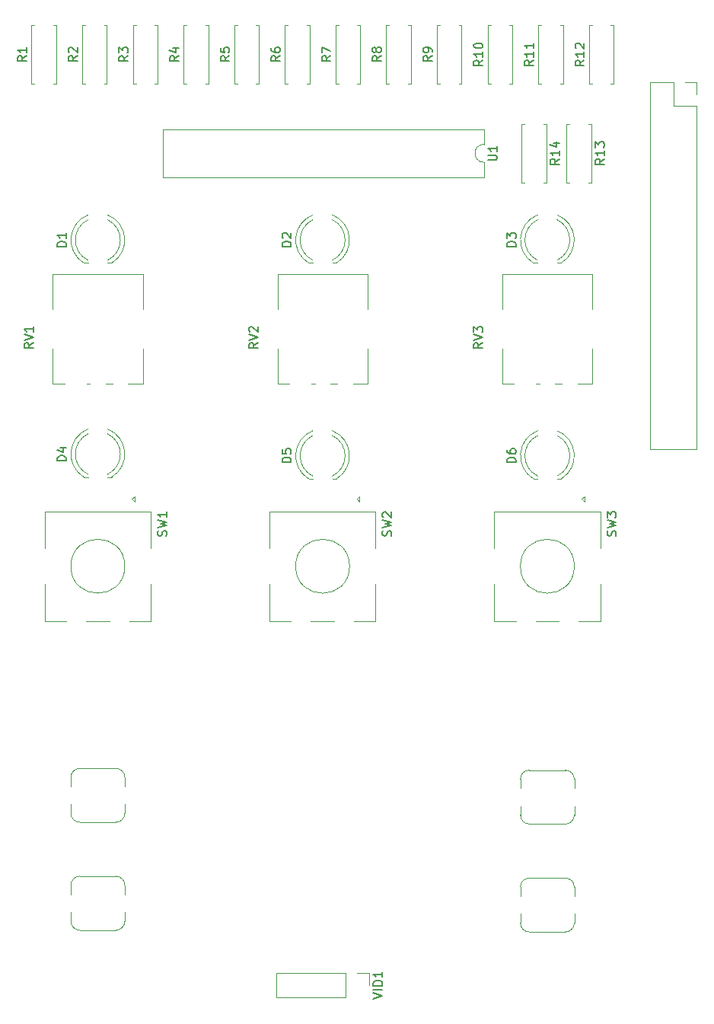
<source format=gbr>
%TF.GenerationSoftware,KiCad,Pcbnew,9.0.2*%
%TF.CreationDate,2025-06-25T22:06:56+02:00*%
%TF.ProjectId,devkit,6465766b-6974-42e6-9b69-6361645f7063,rev?*%
%TF.SameCoordinates,Original*%
%TF.FileFunction,Legend,Top*%
%TF.FilePolarity,Positive*%
%FSLAX46Y46*%
G04 Gerber Fmt 4.6, Leading zero omitted, Abs format (unit mm)*
G04 Created by KiCad (PCBNEW 9.0.2) date 2025-06-25 22:06:56*
%MOMM*%
%LPD*%
G01*
G04 APERTURE LIST*
%ADD10C,0.150000*%
%ADD11C,0.120000*%
%ADD12C,0.100000*%
G04 APERTURE END LIST*
D10*
X201404819Y-38266904D02*
X202214342Y-38266904D01*
X202214342Y-38266904D02*
X202309580Y-38219285D01*
X202309580Y-38219285D02*
X202357200Y-38171666D01*
X202357200Y-38171666D02*
X202404819Y-38076428D01*
X202404819Y-38076428D02*
X202404819Y-37885952D01*
X202404819Y-37885952D02*
X202357200Y-37790714D01*
X202357200Y-37790714D02*
X202309580Y-37743095D01*
X202309580Y-37743095D02*
X202214342Y-37695476D01*
X202214342Y-37695476D02*
X201404819Y-37695476D01*
X202404819Y-36695476D02*
X202404819Y-37266904D01*
X202404819Y-36981190D02*
X201404819Y-36981190D01*
X201404819Y-36981190D02*
X201547676Y-37076428D01*
X201547676Y-37076428D02*
X201642914Y-37171666D01*
X201642914Y-37171666D02*
X201690533Y-37266904D01*
X161357519Y-26671666D02*
X160881328Y-27004999D01*
X161357519Y-27243094D02*
X160357519Y-27243094D01*
X160357519Y-27243094D02*
X160357519Y-26862142D01*
X160357519Y-26862142D02*
X160405138Y-26766904D01*
X160405138Y-26766904D02*
X160452757Y-26719285D01*
X160452757Y-26719285D02*
X160547995Y-26671666D01*
X160547995Y-26671666D02*
X160690852Y-26671666D01*
X160690852Y-26671666D02*
X160786090Y-26719285D01*
X160786090Y-26719285D02*
X160833709Y-26766904D01*
X160833709Y-26766904D02*
X160881328Y-26862142D01*
X160881328Y-26862142D02*
X160881328Y-27243094D01*
X160357519Y-26338332D02*
X160357519Y-25719285D01*
X160357519Y-25719285D02*
X160738471Y-26052618D01*
X160738471Y-26052618D02*
X160738471Y-25909761D01*
X160738471Y-25909761D02*
X160786090Y-25814523D01*
X160786090Y-25814523D02*
X160833709Y-25766904D01*
X160833709Y-25766904D02*
X160928947Y-25719285D01*
X160928947Y-25719285D02*
X161167042Y-25719285D01*
X161167042Y-25719285D02*
X161262280Y-25766904D01*
X161262280Y-25766904D02*
X161309900Y-25814523D01*
X161309900Y-25814523D02*
X161357519Y-25909761D01*
X161357519Y-25909761D02*
X161357519Y-26195475D01*
X161357519Y-26195475D02*
X161309900Y-26290713D01*
X161309900Y-26290713D02*
X161262280Y-26338332D01*
X206448419Y-27147857D02*
X205972228Y-27481190D01*
X206448419Y-27719285D02*
X205448419Y-27719285D01*
X205448419Y-27719285D02*
X205448419Y-27338333D01*
X205448419Y-27338333D02*
X205496038Y-27243095D01*
X205496038Y-27243095D02*
X205543657Y-27195476D01*
X205543657Y-27195476D02*
X205638895Y-27147857D01*
X205638895Y-27147857D02*
X205781752Y-27147857D01*
X205781752Y-27147857D02*
X205876990Y-27195476D01*
X205876990Y-27195476D02*
X205924609Y-27243095D01*
X205924609Y-27243095D02*
X205972228Y-27338333D01*
X205972228Y-27338333D02*
X205972228Y-27719285D01*
X206448419Y-26195476D02*
X206448419Y-26766904D01*
X206448419Y-26481190D02*
X205448419Y-26481190D01*
X205448419Y-26481190D02*
X205591276Y-26576428D01*
X205591276Y-26576428D02*
X205686514Y-26671666D01*
X205686514Y-26671666D02*
X205734133Y-26766904D01*
X206448419Y-25243095D02*
X206448419Y-25814523D01*
X206448419Y-25528809D02*
X205448419Y-25528809D01*
X205448419Y-25528809D02*
X205591276Y-25624047D01*
X205591276Y-25624047D02*
X205686514Y-25719285D01*
X205686514Y-25719285D02*
X205734133Y-25814523D01*
X175804819Y-58595238D02*
X175328628Y-58928571D01*
X175804819Y-59166666D02*
X174804819Y-59166666D01*
X174804819Y-59166666D02*
X174804819Y-58785714D01*
X174804819Y-58785714D02*
X174852438Y-58690476D01*
X174852438Y-58690476D02*
X174900057Y-58642857D01*
X174900057Y-58642857D02*
X174995295Y-58595238D01*
X174995295Y-58595238D02*
X175138152Y-58595238D01*
X175138152Y-58595238D02*
X175233390Y-58642857D01*
X175233390Y-58642857D02*
X175281009Y-58690476D01*
X175281009Y-58690476D02*
X175328628Y-58785714D01*
X175328628Y-58785714D02*
X175328628Y-59166666D01*
X174804819Y-58309523D02*
X175804819Y-57976190D01*
X175804819Y-57976190D02*
X174804819Y-57642857D01*
X174900057Y-57357142D02*
X174852438Y-57309523D01*
X174852438Y-57309523D02*
X174804819Y-57214285D01*
X174804819Y-57214285D02*
X174804819Y-56976190D01*
X174804819Y-56976190D02*
X174852438Y-56880952D01*
X174852438Y-56880952D02*
X174900057Y-56833333D01*
X174900057Y-56833333D02*
X174995295Y-56785714D01*
X174995295Y-56785714D02*
X175090533Y-56785714D01*
X175090533Y-56785714D02*
X175233390Y-56833333D01*
X175233390Y-56833333D02*
X175804819Y-57404761D01*
X175804819Y-57404761D02*
X175804819Y-56785714D01*
X183903019Y-26671666D02*
X183426828Y-27004999D01*
X183903019Y-27243094D02*
X182903019Y-27243094D01*
X182903019Y-27243094D02*
X182903019Y-26862142D01*
X182903019Y-26862142D02*
X182950638Y-26766904D01*
X182950638Y-26766904D02*
X182998257Y-26719285D01*
X182998257Y-26719285D02*
X183093495Y-26671666D01*
X183093495Y-26671666D02*
X183236352Y-26671666D01*
X183236352Y-26671666D02*
X183331590Y-26719285D01*
X183331590Y-26719285D02*
X183379209Y-26766904D01*
X183379209Y-26766904D02*
X183426828Y-26862142D01*
X183426828Y-26862142D02*
X183426828Y-27243094D01*
X182903019Y-26338332D02*
X182903019Y-25671666D01*
X182903019Y-25671666D02*
X183903019Y-26100237D01*
X214324819Y-38142857D02*
X213848628Y-38476190D01*
X214324819Y-38714285D02*
X213324819Y-38714285D01*
X213324819Y-38714285D02*
X213324819Y-38333333D01*
X213324819Y-38333333D02*
X213372438Y-38238095D01*
X213372438Y-38238095D02*
X213420057Y-38190476D01*
X213420057Y-38190476D02*
X213515295Y-38142857D01*
X213515295Y-38142857D02*
X213658152Y-38142857D01*
X213658152Y-38142857D02*
X213753390Y-38190476D01*
X213753390Y-38190476D02*
X213801009Y-38238095D01*
X213801009Y-38238095D02*
X213848628Y-38333333D01*
X213848628Y-38333333D02*
X213848628Y-38714285D01*
X214324819Y-37190476D02*
X214324819Y-37761904D01*
X214324819Y-37476190D02*
X213324819Y-37476190D01*
X213324819Y-37476190D02*
X213467676Y-37571428D01*
X213467676Y-37571428D02*
X213562914Y-37666666D01*
X213562914Y-37666666D02*
X213610533Y-37761904D01*
X213324819Y-36857142D02*
X213324819Y-36238095D01*
X213324819Y-36238095D02*
X213705771Y-36571428D01*
X213705771Y-36571428D02*
X213705771Y-36428571D01*
X213705771Y-36428571D02*
X213753390Y-36333333D01*
X213753390Y-36333333D02*
X213801009Y-36285714D01*
X213801009Y-36285714D02*
X213896247Y-36238095D01*
X213896247Y-36238095D02*
X214134342Y-36238095D01*
X214134342Y-36238095D02*
X214229580Y-36285714D01*
X214229580Y-36285714D02*
X214277200Y-36333333D01*
X214277200Y-36333333D02*
X214324819Y-36428571D01*
X214324819Y-36428571D02*
X214324819Y-36714285D01*
X214324819Y-36714285D02*
X214277200Y-36809523D01*
X214277200Y-36809523D02*
X214229580Y-36857142D01*
X150084819Y-26671666D02*
X149608628Y-27004999D01*
X150084819Y-27243094D02*
X149084819Y-27243094D01*
X149084819Y-27243094D02*
X149084819Y-26862142D01*
X149084819Y-26862142D02*
X149132438Y-26766904D01*
X149132438Y-26766904D02*
X149180057Y-26719285D01*
X149180057Y-26719285D02*
X149275295Y-26671666D01*
X149275295Y-26671666D02*
X149418152Y-26671666D01*
X149418152Y-26671666D02*
X149513390Y-26719285D01*
X149513390Y-26719285D02*
X149561009Y-26766904D01*
X149561009Y-26766904D02*
X149608628Y-26862142D01*
X149608628Y-26862142D02*
X149608628Y-27243094D01*
X150084819Y-25719285D02*
X150084819Y-26290713D01*
X150084819Y-26004999D02*
X149084819Y-26004999D01*
X149084819Y-26004999D02*
X149227676Y-26100237D01*
X149227676Y-26100237D02*
X149322914Y-26195475D01*
X149322914Y-26195475D02*
X149370533Y-26290713D01*
X200812119Y-27147857D02*
X200335928Y-27481190D01*
X200812119Y-27719285D02*
X199812119Y-27719285D01*
X199812119Y-27719285D02*
X199812119Y-27338333D01*
X199812119Y-27338333D02*
X199859738Y-27243095D01*
X199859738Y-27243095D02*
X199907357Y-27195476D01*
X199907357Y-27195476D02*
X200002595Y-27147857D01*
X200002595Y-27147857D02*
X200145452Y-27147857D01*
X200145452Y-27147857D02*
X200240690Y-27195476D01*
X200240690Y-27195476D02*
X200288309Y-27243095D01*
X200288309Y-27243095D02*
X200335928Y-27338333D01*
X200335928Y-27338333D02*
X200335928Y-27719285D01*
X200812119Y-26195476D02*
X200812119Y-26766904D01*
X200812119Y-26481190D02*
X199812119Y-26481190D01*
X199812119Y-26481190D02*
X199954976Y-26576428D01*
X199954976Y-26576428D02*
X200050214Y-26671666D01*
X200050214Y-26671666D02*
X200097833Y-26766904D01*
X199812119Y-25576428D02*
X199812119Y-25481190D01*
X199812119Y-25481190D02*
X199859738Y-25385952D01*
X199859738Y-25385952D02*
X199907357Y-25338333D01*
X199907357Y-25338333D02*
X200002595Y-25290714D01*
X200002595Y-25290714D02*
X200193071Y-25243095D01*
X200193071Y-25243095D02*
X200431166Y-25243095D01*
X200431166Y-25243095D02*
X200621642Y-25290714D01*
X200621642Y-25290714D02*
X200716880Y-25338333D01*
X200716880Y-25338333D02*
X200764500Y-25385952D01*
X200764500Y-25385952D02*
X200812119Y-25481190D01*
X200812119Y-25481190D02*
X200812119Y-25576428D01*
X200812119Y-25576428D02*
X200764500Y-25671666D01*
X200764500Y-25671666D02*
X200716880Y-25719285D01*
X200716880Y-25719285D02*
X200621642Y-25766904D01*
X200621642Y-25766904D02*
X200431166Y-25814523D01*
X200431166Y-25814523D02*
X200193071Y-25814523D01*
X200193071Y-25814523D02*
X200002595Y-25766904D01*
X200002595Y-25766904D02*
X199907357Y-25719285D01*
X199907357Y-25719285D02*
X199859738Y-25671666D01*
X199859738Y-25671666D02*
X199812119Y-25576428D01*
X154494819Y-47883094D02*
X153494819Y-47883094D01*
X153494819Y-47883094D02*
X153494819Y-47644999D01*
X153494819Y-47644999D02*
X153542438Y-47502142D01*
X153542438Y-47502142D02*
X153637676Y-47406904D01*
X153637676Y-47406904D02*
X153732914Y-47359285D01*
X153732914Y-47359285D02*
X153923390Y-47311666D01*
X153923390Y-47311666D02*
X154066247Y-47311666D01*
X154066247Y-47311666D02*
X154256723Y-47359285D01*
X154256723Y-47359285D02*
X154351961Y-47406904D01*
X154351961Y-47406904D02*
X154447200Y-47502142D01*
X154447200Y-47502142D02*
X154494819Y-47644999D01*
X154494819Y-47644999D02*
X154494819Y-47883094D01*
X154494819Y-46359285D02*
X154494819Y-46930713D01*
X154494819Y-46644999D02*
X153494819Y-46644999D01*
X153494819Y-46644999D02*
X153637676Y-46740237D01*
X153637676Y-46740237D02*
X153732914Y-46835475D01*
X153732914Y-46835475D02*
X153780533Y-46930713D01*
X200804819Y-58595238D02*
X200328628Y-58928571D01*
X200804819Y-59166666D02*
X199804819Y-59166666D01*
X199804819Y-59166666D02*
X199804819Y-58785714D01*
X199804819Y-58785714D02*
X199852438Y-58690476D01*
X199852438Y-58690476D02*
X199900057Y-58642857D01*
X199900057Y-58642857D02*
X199995295Y-58595238D01*
X199995295Y-58595238D02*
X200138152Y-58595238D01*
X200138152Y-58595238D02*
X200233390Y-58642857D01*
X200233390Y-58642857D02*
X200281009Y-58690476D01*
X200281009Y-58690476D02*
X200328628Y-58785714D01*
X200328628Y-58785714D02*
X200328628Y-59166666D01*
X199804819Y-58309523D02*
X200804819Y-57976190D01*
X200804819Y-57976190D02*
X199804819Y-57642857D01*
X199804819Y-57404761D02*
X199804819Y-56785714D01*
X199804819Y-56785714D02*
X200185771Y-57119047D01*
X200185771Y-57119047D02*
X200185771Y-56976190D01*
X200185771Y-56976190D02*
X200233390Y-56880952D01*
X200233390Y-56880952D02*
X200281009Y-56833333D01*
X200281009Y-56833333D02*
X200376247Y-56785714D01*
X200376247Y-56785714D02*
X200614342Y-56785714D01*
X200614342Y-56785714D02*
X200709580Y-56833333D01*
X200709580Y-56833333D02*
X200757200Y-56880952D01*
X200757200Y-56880952D02*
X200804819Y-56976190D01*
X200804819Y-56976190D02*
X200804819Y-57261904D01*
X200804819Y-57261904D02*
X200757200Y-57357142D01*
X200757200Y-57357142D02*
X200709580Y-57404761D01*
X195175719Y-26671666D02*
X194699528Y-27004999D01*
X195175719Y-27243094D02*
X194175719Y-27243094D01*
X194175719Y-27243094D02*
X194175719Y-26862142D01*
X194175719Y-26862142D02*
X194223338Y-26766904D01*
X194223338Y-26766904D02*
X194270957Y-26719285D01*
X194270957Y-26719285D02*
X194366195Y-26671666D01*
X194366195Y-26671666D02*
X194509052Y-26671666D01*
X194509052Y-26671666D02*
X194604290Y-26719285D01*
X194604290Y-26719285D02*
X194651909Y-26766904D01*
X194651909Y-26766904D02*
X194699528Y-26862142D01*
X194699528Y-26862142D02*
X194699528Y-27243094D01*
X195175719Y-26195475D02*
X195175719Y-26004999D01*
X195175719Y-26004999D02*
X195128100Y-25909761D01*
X195128100Y-25909761D02*
X195080480Y-25862142D01*
X195080480Y-25862142D02*
X194937623Y-25766904D01*
X194937623Y-25766904D02*
X194747147Y-25719285D01*
X194747147Y-25719285D02*
X194366195Y-25719285D01*
X194366195Y-25719285D02*
X194270957Y-25766904D01*
X194270957Y-25766904D02*
X194223338Y-25814523D01*
X194223338Y-25814523D02*
X194175719Y-25909761D01*
X194175719Y-25909761D02*
X194175719Y-26100237D01*
X194175719Y-26100237D02*
X194223338Y-26195475D01*
X194223338Y-26195475D02*
X194270957Y-26243094D01*
X194270957Y-26243094D02*
X194366195Y-26290713D01*
X194366195Y-26290713D02*
X194604290Y-26290713D01*
X194604290Y-26290713D02*
X194699528Y-26243094D01*
X194699528Y-26243094D02*
X194747147Y-26195475D01*
X194747147Y-26195475D02*
X194794766Y-26100237D01*
X194794766Y-26100237D02*
X194794766Y-25909761D01*
X194794766Y-25909761D02*
X194747147Y-25814523D01*
X194747147Y-25814523D02*
X194699528Y-25766904D01*
X194699528Y-25766904D02*
X194604290Y-25719285D01*
X189539319Y-26671666D02*
X189063128Y-27004999D01*
X189539319Y-27243094D02*
X188539319Y-27243094D01*
X188539319Y-27243094D02*
X188539319Y-26862142D01*
X188539319Y-26862142D02*
X188586938Y-26766904D01*
X188586938Y-26766904D02*
X188634557Y-26719285D01*
X188634557Y-26719285D02*
X188729795Y-26671666D01*
X188729795Y-26671666D02*
X188872652Y-26671666D01*
X188872652Y-26671666D02*
X188967890Y-26719285D01*
X188967890Y-26719285D02*
X189015509Y-26766904D01*
X189015509Y-26766904D02*
X189063128Y-26862142D01*
X189063128Y-26862142D02*
X189063128Y-27243094D01*
X188967890Y-26100237D02*
X188920271Y-26195475D01*
X188920271Y-26195475D02*
X188872652Y-26243094D01*
X188872652Y-26243094D02*
X188777414Y-26290713D01*
X188777414Y-26290713D02*
X188729795Y-26290713D01*
X188729795Y-26290713D02*
X188634557Y-26243094D01*
X188634557Y-26243094D02*
X188586938Y-26195475D01*
X188586938Y-26195475D02*
X188539319Y-26100237D01*
X188539319Y-26100237D02*
X188539319Y-25909761D01*
X188539319Y-25909761D02*
X188586938Y-25814523D01*
X188586938Y-25814523D02*
X188634557Y-25766904D01*
X188634557Y-25766904D02*
X188729795Y-25719285D01*
X188729795Y-25719285D02*
X188777414Y-25719285D01*
X188777414Y-25719285D02*
X188872652Y-25766904D01*
X188872652Y-25766904D02*
X188920271Y-25814523D01*
X188920271Y-25814523D02*
X188967890Y-25909761D01*
X188967890Y-25909761D02*
X188967890Y-26100237D01*
X188967890Y-26100237D02*
X189015509Y-26195475D01*
X189015509Y-26195475D02*
X189063128Y-26243094D01*
X189063128Y-26243094D02*
X189158366Y-26290713D01*
X189158366Y-26290713D02*
X189348842Y-26290713D01*
X189348842Y-26290713D02*
X189444080Y-26243094D01*
X189444080Y-26243094D02*
X189491700Y-26195475D01*
X189491700Y-26195475D02*
X189539319Y-26100237D01*
X189539319Y-26100237D02*
X189539319Y-25909761D01*
X189539319Y-25909761D02*
X189491700Y-25814523D01*
X189491700Y-25814523D02*
X189444080Y-25766904D01*
X189444080Y-25766904D02*
X189348842Y-25719285D01*
X189348842Y-25719285D02*
X189158366Y-25719285D01*
X189158366Y-25719285D02*
X189063128Y-25766904D01*
X189063128Y-25766904D02*
X189015509Y-25814523D01*
X189015509Y-25814523D02*
X188967890Y-25909761D01*
X212084819Y-27147857D02*
X211608628Y-27481190D01*
X212084819Y-27719285D02*
X211084819Y-27719285D01*
X211084819Y-27719285D02*
X211084819Y-27338333D01*
X211084819Y-27338333D02*
X211132438Y-27243095D01*
X211132438Y-27243095D02*
X211180057Y-27195476D01*
X211180057Y-27195476D02*
X211275295Y-27147857D01*
X211275295Y-27147857D02*
X211418152Y-27147857D01*
X211418152Y-27147857D02*
X211513390Y-27195476D01*
X211513390Y-27195476D02*
X211561009Y-27243095D01*
X211561009Y-27243095D02*
X211608628Y-27338333D01*
X211608628Y-27338333D02*
X211608628Y-27719285D01*
X212084819Y-26195476D02*
X212084819Y-26766904D01*
X212084819Y-26481190D02*
X211084819Y-26481190D01*
X211084819Y-26481190D02*
X211227676Y-26576428D01*
X211227676Y-26576428D02*
X211322914Y-26671666D01*
X211322914Y-26671666D02*
X211370533Y-26766904D01*
X211180057Y-25814523D02*
X211132438Y-25766904D01*
X211132438Y-25766904D02*
X211084819Y-25671666D01*
X211084819Y-25671666D02*
X211084819Y-25433571D01*
X211084819Y-25433571D02*
X211132438Y-25338333D01*
X211132438Y-25338333D02*
X211180057Y-25290714D01*
X211180057Y-25290714D02*
X211275295Y-25243095D01*
X211275295Y-25243095D02*
X211370533Y-25243095D01*
X211370533Y-25243095D02*
X211513390Y-25290714D01*
X211513390Y-25290714D02*
X212084819Y-25862142D01*
X212084819Y-25862142D02*
X212084819Y-25243095D01*
X179494819Y-71883094D02*
X178494819Y-71883094D01*
X178494819Y-71883094D02*
X178494819Y-71644999D01*
X178494819Y-71644999D02*
X178542438Y-71502142D01*
X178542438Y-71502142D02*
X178637676Y-71406904D01*
X178637676Y-71406904D02*
X178732914Y-71359285D01*
X178732914Y-71359285D02*
X178923390Y-71311666D01*
X178923390Y-71311666D02*
X179066247Y-71311666D01*
X179066247Y-71311666D02*
X179256723Y-71359285D01*
X179256723Y-71359285D02*
X179351961Y-71406904D01*
X179351961Y-71406904D02*
X179447200Y-71502142D01*
X179447200Y-71502142D02*
X179494819Y-71644999D01*
X179494819Y-71644999D02*
X179494819Y-71883094D01*
X178494819Y-70406904D02*
X178494819Y-70883094D01*
X178494819Y-70883094D02*
X178971009Y-70930713D01*
X178971009Y-70930713D02*
X178923390Y-70883094D01*
X178923390Y-70883094D02*
X178875771Y-70787856D01*
X178875771Y-70787856D02*
X178875771Y-70549761D01*
X178875771Y-70549761D02*
X178923390Y-70454523D01*
X178923390Y-70454523D02*
X178971009Y-70406904D01*
X178971009Y-70406904D02*
X179066247Y-70359285D01*
X179066247Y-70359285D02*
X179304342Y-70359285D01*
X179304342Y-70359285D02*
X179399580Y-70406904D01*
X179399580Y-70406904D02*
X179447200Y-70454523D01*
X179447200Y-70454523D02*
X179494819Y-70549761D01*
X179494819Y-70549761D02*
X179494819Y-70787856D01*
X179494819Y-70787856D02*
X179447200Y-70883094D01*
X179447200Y-70883094D02*
X179399580Y-70930713D01*
X179494819Y-47883094D02*
X178494819Y-47883094D01*
X178494819Y-47883094D02*
X178494819Y-47644999D01*
X178494819Y-47644999D02*
X178542438Y-47502142D01*
X178542438Y-47502142D02*
X178637676Y-47406904D01*
X178637676Y-47406904D02*
X178732914Y-47359285D01*
X178732914Y-47359285D02*
X178923390Y-47311666D01*
X178923390Y-47311666D02*
X179066247Y-47311666D01*
X179066247Y-47311666D02*
X179256723Y-47359285D01*
X179256723Y-47359285D02*
X179351961Y-47406904D01*
X179351961Y-47406904D02*
X179447200Y-47502142D01*
X179447200Y-47502142D02*
X179494819Y-47644999D01*
X179494819Y-47644999D02*
X179494819Y-47883094D01*
X178590057Y-46930713D02*
X178542438Y-46883094D01*
X178542438Y-46883094D02*
X178494819Y-46787856D01*
X178494819Y-46787856D02*
X178494819Y-46549761D01*
X178494819Y-46549761D02*
X178542438Y-46454523D01*
X178542438Y-46454523D02*
X178590057Y-46406904D01*
X178590057Y-46406904D02*
X178685295Y-46359285D01*
X178685295Y-46359285D02*
X178780533Y-46359285D01*
X178780533Y-46359285D02*
X178923390Y-46406904D01*
X178923390Y-46406904D02*
X179494819Y-46978332D01*
X179494819Y-46978332D02*
X179494819Y-46359285D01*
X178266619Y-26671666D02*
X177790428Y-27004999D01*
X178266619Y-27243094D02*
X177266619Y-27243094D01*
X177266619Y-27243094D02*
X177266619Y-26862142D01*
X177266619Y-26862142D02*
X177314238Y-26766904D01*
X177314238Y-26766904D02*
X177361857Y-26719285D01*
X177361857Y-26719285D02*
X177457095Y-26671666D01*
X177457095Y-26671666D02*
X177599952Y-26671666D01*
X177599952Y-26671666D02*
X177695190Y-26719285D01*
X177695190Y-26719285D02*
X177742809Y-26766904D01*
X177742809Y-26766904D02*
X177790428Y-26862142D01*
X177790428Y-26862142D02*
X177790428Y-27243094D01*
X177266619Y-25814523D02*
X177266619Y-26004999D01*
X177266619Y-26004999D02*
X177314238Y-26100237D01*
X177314238Y-26100237D02*
X177361857Y-26147856D01*
X177361857Y-26147856D02*
X177504714Y-26243094D01*
X177504714Y-26243094D02*
X177695190Y-26290713D01*
X177695190Y-26290713D02*
X178076142Y-26290713D01*
X178076142Y-26290713D02*
X178171380Y-26243094D01*
X178171380Y-26243094D02*
X178219000Y-26195475D01*
X178219000Y-26195475D02*
X178266619Y-26100237D01*
X178266619Y-26100237D02*
X178266619Y-25909761D01*
X178266619Y-25909761D02*
X178219000Y-25814523D01*
X178219000Y-25814523D02*
X178171380Y-25766904D01*
X178171380Y-25766904D02*
X178076142Y-25719285D01*
X178076142Y-25719285D02*
X177838047Y-25719285D01*
X177838047Y-25719285D02*
X177742809Y-25766904D01*
X177742809Y-25766904D02*
X177695190Y-25814523D01*
X177695190Y-25814523D02*
X177647571Y-25909761D01*
X177647571Y-25909761D02*
X177647571Y-26100237D01*
X177647571Y-26100237D02*
X177695190Y-26195475D01*
X177695190Y-26195475D02*
X177742809Y-26243094D01*
X177742809Y-26243094D02*
X177838047Y-26290713D01*
X215607200Y-80058332D02*
X215654819Y-79915475D01*
X215654819Y-79915475D02*
X215654819Y-79677380D01*
X215654819Y-79677380D02*
X215607200Y-79582142D01*
X215607200Y-79582142D02*
X215559580Y-79534523D01*
X215559580Y-79534523D02*
X215464342Y-79486904D01*
X215464342Y-79486904D02*
X215369104Y-79486904D01*
X215369104Y-79486904D02*
X215273866Y-79534523D01*
X215273866Y-79534523D02*
X215226247Y-79582142D01*
X215226247Y-79582142D02*
X215178628Y-79677380D01*
X215178628Y-79677380D02*
X215131009Y-79867856D01*
X215131009Y-79867856D02*
X215083390Y-79963094D01*
X215083390Y-79963094D02*
X215035771Y-80010713D01*
X215035771Y-80010713D02*
X214940533Y-80058332D01*
X214940533Y-80058332D02*
X214845295Y-80058332D01*
X214845295Y-80058332D02*
X214750057Y-80010713D01*
X214750057Y-80010713D02*
X214702438Y-79963094D01*
X214702438Y-79963094D02*
X214654819Y-79867856D01*
X214654819Y-79867856D02*
X214654819Y-79629761D01*
X214654819Y-79629761D02*
X214702438Y-79486904D01*
X214654819Y-79153570D02*
X215654819Y-78915475D01*
X215654819Y-78915475D02*
X214940533Y-78724999D01*
X214940533Y-78724999D02*
X215654819Y-78534523D01*
X215654819Y-78534523D02*
X214654819Y-78296428D01*
X214654819Y-78010713D02*
X214654819Y-77391666D01*
X214654819Y-77391666D02*
X215035771Y-77724999D01*
X215035771Y-77724999D02*
X215035771Y-77582142D01*
X215035771Y-77582142D02*
X215083390Y-77486904D01*
X215083390Y-77486904D02*
X215131009Y-77439285D01*
X215131009Y-77439285D02*
X215226247Y-77391666D01*
X215226247Y-77391666D02*
X215464342Y-77391666D01*
X215464342Y-77391666D02*
X215559580Y-77439285D01*
X215559580Y-77439285D02*
X215607200Y-77486904D01*
X215607200Y-77486904D02*
X215654819Y-77582142D01*
X215654819Y-77582142D02*
X215654819Y-77867856D01*
X215654819Y-77867856D02*
X215607200Y-77963094D01*
X215607200Y-77963094D02*
X215559580Y-78010713D01*
X209324819Y-38142857D02*
X208848628Y-38476190D01*
X209324819Y-38714285D02*
X208324819Y-38714285D01*
X208324819Y-38714285D02*
X208324819Y-38333333D01*
X208324819Y-38333333D02*
X208372438Y-38238095D01*
X208372438Y-38238095D02*
X208420057Y-38190476D01*
X208420057Y-38190476D02*
X208515295Y-38142857D01*
X208515295Y-38142857D02*
X208658152Y-38142857D01*
X208658152Y-38142857D02*
X208753390Y-38190476D01*
X208753390Y-38190476D02*
X208801009Y-38238095D01*
X208801009Y-38238095D02*
X208848628Y-38333333D01*
X208848628Y-38333333D02*
X208848628Y-38714285D01*
X209324819Y-37190476D02*
X209324819Y-37761904D01*
X209324819Y-37476190D02*
X208324819Y-37476190D01*
X208324819Y-37476190D02*
X208467676Y-37571428D01*
X208467676Y-37571428D02*
X208562914Y-37666666D01*
X208562914Y-37666666D02*
X208610533Y-37761904D01*
X208658152Y-36333333D02*
X209324819Y-36333333D01*
X208277200Y-36571428D02*
X208991485Y-36809523D01*
X208991485Y-36809523D02*
X208991485Y-36190476D01*
X204494819Y-71883094D02*
X203494819Y-71883094D01*
X203494819Y-71883094D02*
X203494819Y-71644999D01*
X203494819Y-71644999D02*
X203542438Y-71502142D01*
X203542438Y-71502142D02*
X203637676Y-71406904D01*
X203637676Y-71406904D02*
X203732914Y-71359285D01*
X203732914Y-71359285D02*
X203923390Y-71311666D01*
X203923390Y-71311666D02*
X204066247Y-71311666D01*
X204066247Y-71311666D02*
X204256723Y-71359285D01*
X204256723Y-71359285D02*
X204351961Y-71406904D01*
X204351961Y-71406904D02*
X204447200Y-71502142D01*
X204447200Y-71502142D02*
X204494819Y-71644999D01*
X204494819Y-71644999D02*
X204494819Y-71883094D01*
X203494819Y-70454523D02*
X203494819Y-70644999D01*
X203494819Y-70644999D02*
X203542438Y-70740237D01*
X203542438Y-70740237D02*
X203590057Y-70787856D01*
X203590057Y-70787856D02*
X203732914Y-70883094D01*
X203732914Y-70883094D02*
X203923390Y-70930713D01*
X203923390Y-70930713D02*
X204304342Y-70930713D01*
X204304342Y-70930713D02*
X204399580Y-70883094D01*
X204399580Y-70883094D02*
X204447200Y-70835475D01*
X204447200Y-70835475D02*
X204494819Y-70740237D01*
X204494819Y-70740237D02*
X204494819Y-70549761D01*
X204494819Y-70549761D02*
X204447200Y-70454523D01*
X204447200Y-70454523D02*
X204399580Y-70406904D01*
X204399580Y-70406904D02*
X204304342Y-70359285D01*
X204304342Y-70359285D02*
X204066247Y-70359285D01*
X204066247Y-70359285D02*
X203971009Y-70406904D01*
X203971009Y-70406904D02*
X203923390Y-70454523D01*
X203923390Y-70454523D02*
X203875771Y-70549761D01*
X203875771Y-70549761D02*
X203875771Y-70740237D01*
X203875771Y-70740237D02*
X203923390Y-70835475D01*
X203923390Y-70835475D02*
X203971009Y-70883094D01*
X203971009Y-70883094D02*
X204066247Y-70930713D01*
X154494819Y-71693094D02*
X153494819Y-71693094D01*
X153494819Y-71693094D02*
X153494819Y-71454999D01*
X153494819Y-71454999D02*
X153542438Y-71312142D01*
X153542438Y-71312142D02*
X153637676Y-71216904D01*
X153637676Y-71216904D02*
X153732914Y-71169285D01*
X153732914Y-71169285D02*
X153923390Y-71121666D01*
X153923390Y-71121666D02*
X154066247Y-71121666D01*
X154066247Y-71121666D02*
X154256723Y-71169285D01*
X154256723Y-71169285D02*
X154351961Y-71216904D01*
X154351961Y-71216904D02*
X154447200Y-71312142D01*
X154447200Y-71312142D02*
X154494819Y-71454999D01*
X154494819Y-71454999D02*
X154494819Y-71693094D01*
X153828152Y-70264523D02*
X154494819Y-70264523D01*
X153447200Y-70502618D02*
X154161485Y-70740713D01*
X154161485Y-70740713D02*
X154161485Y-70121666D01*
X166993919Y-26671666D02*
X166517728Y-27004999D01*
X166993919Y-27243094D02*
X165993919Y-27243094D01*
X165993919Y-27243094D02*
X165993919Y-26862142D01*
X165993919Y-26862142D02*
X166041538Y-26766904D01*
X166041538Y-26766904D02*
X166089157Y-26719285D01*
X166089157Y-26719285D02*
X166184395Y-26671666D01*
X166184395Y-26671666D02*
X166327252Y-26671666D01*
X166327252Y-26671666D02*
X166422490Y-26719285D01*
X166422490Y-26719285D02*
X166470109Y-26766904D01*
X166470109Y-26766904D02*
X166517728Y-26862142D01*
X166517728Y-26862142D02*
X166517728Y-27243094D01*
X166327252Y-25814523D02*
X166993919Y-25814523D01*
X165946300Y-26052618D02*
X166660585Y-26290713D01*
X166660585Y-26290713D02*
X166660585Y-25671666D01*
X190607200Y-80058332D02*
X190654819Y-79915475D01*
X190654819Y-79915475D02*
X190654819Y-79677380D01*
X190654819Y-79677380D02*
X190607200Y-79582142D01*
X190607200Y-79582142D02*
X190559580Y-79534523D01*
X190559580Y-79534523D02*
X190464342Y-79486904D01*
X190464342Y-79486904D02*
X190369104Y-79486904D01*
X190369104Y-79486904D02*
X190273866Y-79534523D01*
X190273866Y-79534523D02*
X190226247Y-79582142D01*
X190226247Y-79582142D02*
X190178628Y-79677380D01*
X190178628Y-79677380D02*
X190131009Y-79867856D01*
X190131009Y-79867856D02*
X190083390Y-79963094D01*
X190083390Y-79963094D02*
X190035771Y-80010713D01*
X190035771Y-80010713D02*
X189940533Y-80058332D01*
X189940533Y-80058332D02*
X189845295Y-80058332D01*
X189845295Y-80058332D02*
X189750057Y-80010713D01*
X189750057Y-80010713D02*
X189702438Y-79963094D01*
X189702438Y-79963094D02*
X189654819Y-79867856D01*
X189654819Y-79867856D02*
X189654819Y-79629761D01*
X189654819Y-79629761D02*
X189702438Y-79486904D01*
X189654819Y-79153570D02*
X190654819Y-78915475D01*
X190654819Y-78915475D02*
X189940533Y-78724999D01*
X189940533Y-78724999D02*
X190654819Y-78534523D01*
X190654819Y-78534523D02*
X189654819Y-78296428D01*
X189750057Y-77963094D02*
X189702438Y-77915475D01*
X189702438Y-77915475D02*
X189654819Y-77820237D01*
X189654819Y-77820237D02*
X189654819Y-77582142D01*
X189654819Y-77582142D02*
X189702438Y-77486904D01*
X189702438Y-77486904D02*
X189750057Y-77439285D01*
X189750057Y-77439285D02*
X189845295Y-77391666D01*
X189845295Y-77391666D02*
X189940533Y-77391666D01*
X189940533Y-77391666D02*
X190083390Y-77439285D01*
X190083390Y-77439285D02*
X190654819Y-78010713D01*
X190654819Y-78010713D02*
X190654819Y-77391666D01*
X188644819Y-131547618D02*
X189644819Y-131214285D01*
X189644819Y-131214285D02*
X188644819Y-130880952D01*
X189644819Y-130547618D02*
X188644819Y-130547618D01*
X189644819Y-130071428D02*
X188644819Y-130071428D01*
X188644819Y-130071428D02*
X188644819Y-129833333D01*
X188644819Y-129833333D02*
X188692438Y-129690476D01*
X188692438Y-129690476D02*
X188787676Y-129595238D01*
X188787676Y-129595238D02*
X188882914Y-129547619D01*
X188882914Y-129547619D02*
X189073390Y-129500000D01*
X189073390Y-129500000D02*
X189216247Y-129500000D01*
X189216247Y-129500000D02*
X189406723Y-129547619D01*
X189406723Y-129547619D02*
X189501961Y-129595238D01*
X189501961Y-129595238D02*
X189597200Y-129690476D01*
X189597200Y-129690476D02*
X189644819Y-129833333D01*
X189644819Y-129833333D02*
X189644819Y-130071428D01*
X189644819Y-128547619D02*
X189644819Y-129119047D01*
X189644819Y-128833333D02*
X188644819Y-128833333D01*
X188644819Y-128833333D02*
X188787676Y-128928571D01*
X188787676Y-128928571D02*
X188882914Y-129023809D01*
X188882914Y-129023809D02*
X188930533Y-129119047D01*
X150804819Y-58595238D02*
X150328628Y-58928571D01*
X150804819Y-59166666D02*
X149804819Y-59166666D01*
X149804819Y-59166666D02*
X149804819Y-58785714D01*
X149804819Y-58785714D02*
X149852438Y-58690476D01*
X149852438Y-58690476D02*
X149900057Y-58642857D01*
X149900057Y-58642857D02*
X149995295Y-58595238D01*
X149995295Y-58595238D02*
X150138152Y-58595238D01*
X150138152Y-58595238D02*
X150233390Y-58642857D01*
X150233390Y-58642857D02*
X150281009Y-58690476D01*
X150281009Y-58690476D02*
X150328628Y-58785714D01*
X150328628Y-58785714D02*
X150328628Y-59166666D01*
X149804819Y-58309523D02*
X150804819Y-57976190D01*
X150804819Y-57976190D02*
X149804819Y-57642857D01*
X150804819Y-56785714D02*
X150804819Y-57357142D01*
X150804819Y-57071428D02*
X149804819Y-57071428D01*
X149804819Y-57071428D02*
X149947676Y-57166666D01*
X149947676Y-57166666D02*
X150042914Y-57261904D01*
X150042914Y-57261904D02*
X150090533Y-57357142D01*
X204494819Y-47883094D02*
X203494819Y-47883094D01*
X203494819Y-47883094D02*
X203494819Y-47644999D01*
X203494819Y-47644999D02*
X203542438Y-47502142D01*
X203542438Y-47502142D02*
X203637676Y-47406904D01*
X203637676Y-47406904D02*
X203732914Y-47359285D01*
X203732914Y-47359285D02*
X203923390Y-47311666D01*
X203923390Y-47311666D02*
X204066247Y-47311666D01*
X204066247Y-47311666D02*
X204256723Y-47359285D01*
X204256723Y-47359285D02*
X204351961Y-47406904D01*
X204351961Y-47406904D02*
X204447200Y-47502142D01*
X204447200Y-47502142D02*
X204494819Y-47644999D01*
X204494819Y-47644999D02*
X204494819Y-47883094D01*
X203494819Y-46978332D02*
X203494819Y-46359285D01*
X203494819Y-46359285D02*
X203875771Y-46692618D01*
X203875771Y-46692618D02*
X203875771Y-46549761D01*
X203875771Y-46549761D02*
X203923390Y-46454523D01*
X203923390Y-46454523D02*
X203971009Y-46406904D01*
X203971009Y-46406904D02*
X204066247Y-46359285D01*
X204066247Y-46359285D02*
X204304342Y-46359285D01*
X204304342Y-46359285D02*
X204399580Y-46406904D01*
X204399580Y-46406904D02*
X204447200Y-46454523D01*
X204447200Y-46454523D02*
X204494819Y-46549761D01*
X204494819Y-46549761D02*
X204494819Y-46835475D01*
X204494819Y-46835475D02*
X204447200Y-46930713D01*
X204447200Y-46930713D02*
X204399580Y-46978332D01*
X155721219Y-26671666D02*
X155245028Y-27004999D01*
X155721219Y-27243094D02*
X154721219Y-27243094D01*
X154721219Y-27243094D02*
X154721219Y-26862142D01*
X154721219Y-26862142D02*
X154768838Y-26766904D01*
X154768838Y-26766904D02*
X154816457Y-26719285D01*
X154816457Y-26719285D02*
X154911695Y-26671666D01*
X154911695Y-26671666D02*
X155054552Y-26671666D01*
X155054552Y-26671666D02*
X155149790Y-26719285D01*
X155149790Y-26719285D02*
X155197409Y-26766904D01*
X155197409Y-26766904D02*
X155245028Y-26862142D01*
X155245028Y-26862142D02*
X155245028Y-27243094D01*
X154816457Y-26290713D02*
X154768838Y-26243094D01*
X154768838Y-26243094D02*
X154721219Y-26147856D01*
X154721219Y-26147856D02*
X154721219Y-25909761D01*
X154721219Y-25909761D02*
X154768838Y-25814523D01*
X154768838Y-25814523D02*
X154816457Y-25766904D01*
X154816457Y-25766904D02*
X154911695Y-25719285D01*
X154911695Y-25719285D02*
X155006933Y-25719285D01*
X155006933Y-25719285D02*
X155149790Y-25766904D01*
X155149790Y-25766904D02*
X155721219Y-26338332D01*
X155721219Y-26338332D02*
X155721219Y-25719285D01*
X172630319Y-26671666D02*
X172154128Y-27004999D01*
X172630319Y-27243094D02*
X171630319Y-27243094D01*
X171630319Y-27243094D02*
X171630319Y-26862142D01*
X171630319Y-26862142D02*
X171677938Y-26766904D01*
X171677938Y-26766904D02*
X171725557Y-26719285D01*
X171725557Y-26719285D02*
X171820795Y-26671666D01*
X171820795Y-26671666D02*
X171963652Y-26671666D01*
X171963652Y-26671666D02*
X172058890Y-26719285D01*
X172058890Y-26719285D02*
X172106509Y-26766904D01*
X172106509Y-26766904D02*
X172154128Y-26862142D01*
X172154128Y-26862142D02*
X172154128Y-27243094D01*
X171630319Y-25766904D02*
X171630319Y-26243094D01*
X171630319Y-26243094D02*
X172106509Y-26290713D01*
X172106509Y-26290713D02*
X172058890Y-26243094D01*
X172058890Y-26243094D02*
X172011271Y-26147856D01*
X172011271Y-26147856D02*
X172011271Y-25909761D01*
X172011271Y-25909761D02*
X172058890Y-25814523D01*
X172058890Y-25814523D02*
X172106509Y-25766904D01*
X172106509Y-25766904D02*
X172201747Y-25719285D01*
X172201747Y-25719285D02*
X172439842Y-25719285D01*
X172439842Y-25719285D02*
X172535080Y-25766904D01*
X172535080Y-25766904D02*
X172582700Y-25814523D01*
X172582700Y-25814523D02*
X172630319Y-25909761D01*
X172630319Y-25909761D02*
X172630319Y-26147856D01*
X172630319Y-26147856D02*
X172582700Y-26243094D01*
X172582700Y-26243094D02*
X172535080Y-26290713D01*
X165607200Y-80058332D02*
X165654819Y-79915475D01*
X165654819Y-79915475D02*
X165654819Y-79677380D01*
X165654819Y-79677380D02*
X165607200Y-79582142D01*
X165607200Y-79582142D02*
X165559580Y-79534523D01*
X165559580Y-79534523D02*
X165464342Y-79486904D01*
X165464342Y-79486904D02*
X165369104Y-79486904D01*
X165369104Y-79486904D02*
X165273866Y-79534523D01*
X165273866Y-79534523D02*
X165226247Y-79582142D01*
X165226247Y-79582142D02*
X165178628Y-79677380D01*
X165178628Y-79677380D02*
X165131009Y-79867856D01*
X165131009Y-79867856D02*
X165083390Y-79963094D01*
X165083390Y-79963094D02*
X165035771Y-80010713D01*
X165035771Y-80010713D02*
X164940533Y-80058332D01*
X164940533Y-80058332D02*
X164845295Y-80058332D01*
X164845295Y-80058332D02*
X164750057Y-80010713D01*
X164750057Y-80010713D02*
X164702438Y-79963094D01*
X164702438Y-79963094D02*
X164654819Y-79867856D01*
X164654819Y-79867856D02*
X164654819Y-79629761D01*
X164654819Y-79629761D02*
X164702438Y-79486904D01*
X164654819Y-79153570D02*
X165654819Y-78915475D01*
X165654819Y-78915475D02*
X164940533Y-78724999D01*
X164940533Y-78724999D02*
X165654819Y-78534523D01*
X165654819Y-78534523D02*
X164654819Y-78296428D01*
X165654819Y-77391666D02*
X165654819Y-77963094D01*
X165654819Y-77677380D02*
X164654819Y-77677380D01*
X164654819Y-77677380D02*
X164797676Y-77772618D01*
X164797676Y-77772618D02*
X164892914Y-77867856D01*
X164892914Y-77867856D02*
X164940533Y-77963094D01*
D11*
%TO.C,U1*%
X200950000Y-38505000D02*
G75*
G02*
X200950000Y-36505000I0J1000000D01*
G01*
X200950000Y-40155000D02*
X200950000Y-38505000D01*
X200950000Y-36505000D02*
X200950000Y-34855000D01*
X200950000Y-34855000D02*
X165270000Y-34855000D01*
X165270000Y-40155000D02*
X200950000Y-40155000D01*
X165270000Y-34855000D02*
X165270000Y-40155000D01*
D12*
%TO.C,SW5*%
X155000000Y-119900000D02*
X155000000Y-118900000D01*
X155000000Y-121900000D02*
X155000000Y-122900000D01*
X156000000Y-123900000D02*
X160000000Y-123900000D01*
X160000000Y-117900000D02*
X156000000Y-117900000D01*
X161000000Y-119900000D02*
X161000000Y-118900000D01*
X161000000Y-122900000D02*
X161000000Y-121900000D01*
X155000000Y-118900000D02*
G75*
G02*
X156000000Y-117900000I1000000J0D01*
G01*
X156000000Y-123900000D02*
G75*
G02*
X155000000Y-122900000I0J1000000D01*
G01*
X160000000Y-117900000D02*
G75*
G02*
X161000000Y-118900000I0J-1000000D01*
G01*
X161000000Y-122900000D02*
G75*
G02*
X160000000Y-123900000I-1000000J0D01*
G01*
D11*
%TO.C,R3*%
X161902700Y-23235000D02*
X162232700Y-23235000D01*
X161902700Y-29775000D02*
X161902700Y-23235000D01*
X162232700Y-29775000D02*
X161902700Y-29775000D01*
X164312700Y-29775000D02*
X164642700Y-29775000D01*
X164642700Y-23235000D02*
X164312700Y-23235000D01*
X164642700Y-29775000D02*
X164642700Y-23235000D01*
%TO.C,R11*%
X206993600Y-23235000D02*
X207323600Y-23235000D01*
X206993600Y-29775000D02*
X206993600Y-23235000D01*
X207323600Y-29775000D02*
X206993600Y-29775000D01*
X209403600Y-29775000D02*
X209733600Y-29775000D01*
X209733600Y-23235000D02*
X209403600Y-23235000D01*
X209733600Y-29775000D02*
X209733600Y-23235000D01*
D12*
%TO.C,SW7*%
X205000000Y-119100000D02*
X205000000Y-120100000D01*
X205000000Y-122100000D02*
X205000000Y-123100000D01*
X206000000Y-124100000D02*
X210000000Y-124100000D01*
X210000000Y-118100000D02*
X206000000Y-118100000D01*
X211000000Y-120100000D02*
X211000000Y-119100000D01*
X211000000Y-122100000D02*
X211000000Y-123100000D01*
X205000000Y-119100000D02*
G75*
G02*
X206000000Y-118100000I1000000J0D01*
G01*
X206000000Y-124100000D02*
G75*
G02*
X205000000Y-123100000I0J1000000D01*
G01*
X210000000Y-118100000D02*
G75*
G02*
X211000000Y-119100000I0J-1000000D01*
G01*
X211000000Y-123100000D02*
G75*
G02*
X210000000Y-124100000I-1000000J0D01*
G01*
D11*
%TO.C,RV2*%
X177979000Y-50930000D02*
X188020000Y-50930000D01*
X177979000Y-54866000D02*
X177979000Y-50930000D01*
X177979000Y-63170000D02*
X177979000Y-59233000D01*
X177979000Y-63170000D02*
X179300000Y-63170000D01*
X181750000Y-63170000D02*
X182130000Y-63170000D01*
X183871000Y-63170000D02*
X184630000Y-63170000D01*
X186370000Y-63170000D02*
X188020000Y-63170000D01*
X188020000Y-54866000D02*
X188020000Y-50930000D01*
X188020000Y-63170000D02*
X188020000Y-59233000D01*
%TO.C,R7*%
X184448200Y-23235000D02*
X184778200Y-23235000D01*
X184448200Y-29775000D02*
X184448200Y-23235000D01*
X184778200Y-29775000D02*
X184448200Y-29775000D01*
X186858200Y-29775000D02*
X187188200Y-29775000D01*
X187188200Y-23235000D02*
X186858200Y-23235000D01*
X187188200Y-29775000D02*
X187188200Y-23235000D01*
%TO.C,R13*%
X210130000Y-34230000D02*
X210130000Y-40770000D01*
X210130000Y-40770000D02*
X210460000Y-40770000D01*
X210460000Y-34230000D02*
X210130000Y-34230000D01*
X212540000Y-34230000D02*
X212870000Y-34230000D01*
X212870000Y-34230000D02*
X212870000Y-40770000D01*
X212870000Y-40770000D02*
X212540000Y-40770000D01*
%TO.C,R1*%
X150630000Y-23235000D02*
X150960000Y-23235000D01*
X150630000Y-29775000D02*
X150630000Y-23235000D01*
X150960000Y-29775000D02*
X150630000Y-29775000D01*
X153040000Y-29775000D02*
X153370000Y-29775000D01*
X153370000Y-23235000D02*
X153040000Y-23235000D01*
X153370000Y-29775000D02*
X153370000Y-23235000D01*
%TO.C,R10*%
X201357300Y-23235000D02*
X201687300Y-23235000D01*
X201357300Y-29775000D02*
X201357300Y-23235000D01*
X201687300Y-29775000D02*
X201357300Y-29775000D01*
X203767300Y-29775000D02*
X204097300Y-29775000D01*
X204097300Y-23235000D02*
X203767300Y-23235000D01*
X204097300Y-29775000D02*
X204097300Y-23235000D01*
D12*
%TO.C,SW4*%
X155000000Y-107900000D02*
X155000000Y-106900000D01*
X155000000Y-109900000D02*
X155000000Y-110900000D01*
X156000000Y-111900000D02*
X160000000Y-111900000D01*
X160000000Y-105900000D02*
X156000000Y-105900000D01*
X161000000Y-107900000D02*
X161000000Y-106900000D01*
X161000000Y-110900000D02*
X161000000Y-109900000D01*
X155000000Y-106900000D02*
G75*
G02*
X156000000Y-105900000I1000000J0D01*
G01*
X156000000Y-111900000D02*
G75*
G02*
X155000000Y-110900000I0J1000000D01*
G01*
X160000000Y-105900000D02*
G75*
G02*
X161000000Y-106900000I0J-1000000D01*
G01*
X161000000Y-110900000D02*
G75*
G02*
X160000000Y-111900000I-1000000J0D01*
G01*
D11*
%TO.C,J3*%
X219420000Y-29620000D02*
X219420000Y-70380000D01*
X219420000Y-29620000D02*
X222020000Y-29620000D01*
X219420000Y-70380000D02*
X224620000Y-70380000D01*
X222020000Y-29620000D02*
X222020000Y-32220000D01*
X222020000Y-32220000D02*
X224620000Y-32220000D01*
X223290000Y-29620000D02*
X224620000Y-29620000D01*
X224620000Y-29620000D02*
X224620000Y-30950000D01*
X224620000Y-32220000D02*
X224620000Y-70380000D01*
%TO.C,D1*%
X156455000Y-49705000D02*
X156920000Y-49705000D01*
X159080000Y-49705000D02*
X159545000Y-49705000D01*
X156455170Y-49705000D02*
G75*
G02*
X156919925Y-44356893I1544830J2560000D01*
G01*
X156920000Y-49399684D02*
G75*
G02*
X156919941Y-44890344I1080000J2254684D01*
G01*
X159080059Y-44890344D02*
G75*
G02*
X159080000Y-49399684I-1080059J-2254656D01*
G01*
X159080075Y-44356893D02*
G75*
G02*
X159544830Y-49705000I-1080075J-2788107D01*
G01*
%TO.C,RV3*%
X202979000Y-50930000D02*
X213020000Y-50930000D01*
X202979000Y-54866000D02*
X202979000Y-50930000D01*
X202979000Y-63170000D02*
X202979000Y-59233000D01*
X202979000Y-63170000D02*
X204300000Y-63170000D01*
X206750000Y-63170000D02*
X207130000Y-63170000D01*
X208871000Y-63170000D02*
X209630000Y-63170000D01*
X211370000Y-63170000D02*
X213020000Y-63170000D01*
X213020000Y-54866000D02*
X213020000Y-50930000D01*
X213020000Y-63170000D02*
X213020000Y-59233000D01*
%TO.C,R9*%
X195720900Y-23235000D02*
X196050900Y-23235000D01*
X195720900Y-29775000D02*
X195720900Y-23235000D01*
X196050900Y-29775000D02*
X195720900Y-29775000D01*
X198130900Y-29775000D02*
X198460900Y-29775000D01*
X198460900Y-23235000D02*
X198130900Y-23235000D01*
X198460900Y-29775000D02*
X198460900Y-23235000D01*
%TO.C,R8*%
X190084500Y-23235000D02*
X190414500Y-23235000D01*
X190084500Y-29775000D02*
X190084500Y-23235000D01*
X190414500Y-29775000D02*
X190084500Y-29775000D01*
X192494500Y-29775000D02*
X192824500Y-29775000D01*
X192824500Y-23235000D02*
X192494500Y-23235000D01*
X192824500Y-29775000D02*
X192824500Y-23235000D01*
%TO.C,R12*%
X212630000Y-23235000D02*
X212960000Y-23235000D01*
X212630000Y-29775000D02*
X212630000Y-23235000D01*
X212960000Y-29775000D02*
X212630000Y-29775000D01*
X215040000Y-29775000D02*
X215370000Y-29775000D01*
X215370000Y-23235000D02*
X215040000Y-23235000D01*
X215370000Y-29775000D02*
X215370000Y-23235000D01*
%TO.C,D5*%
X181455000Y-73705000D02*
X181920000Y-73705000D01*
X184080000Y-73705000D02*
X184545000Y-73705000D01*
X181455170Y-73705000D02*
G75*
G02*
X181919925Y-68356893I1544830J2560000D01*
G01*
X181920000Y-73399684D02*
G75*
G02*
X181919941Y-68890344I1080000J2254684D01*
G01*
X184080059Y-68890344D02*
G75*
G02*
X184080000Y-73399684I-1080059J-2254656D01*
G01*
X184080075Y-68356893D02*
G75*
G02*
X184544830Y-73705000I-1080075J-2788107D01*
G01*
%TO.C,D2*%
X181455000Y-49705000D02*
X181920000Y-49705000D01*
X184080000Y-49705000D02*
X184545000Y-49705000D01*
X181455170Y-49705000D02*
G75*
G02*
X181919925Y-44356893I1544830J2560000D01*
G01*
X181920000Y-49399684D02*
G75*
G02*
X181919941Y-44890344I1080000J2254684D01*
G01*
X184080059Y-44890344D02*
G75*
G02*
X184080000Y-49399684I-1080059J-2254656D01*
G01*
X184080075Y-44356893D02*
G75*
G02*
X184544830Y-49705000I-1080075J-2788107D01*
G01*
%TO.C,R6*%
X178811800Y-23235000D02*
X179141800Y-23235000D01*
X178811800Y-29775000D02*
X178811800Y-23235000D01*
X179141800Y-29775000D02*
X178811800Y-29775000D01*
X181221800Y-29775000D02*
X181551800Y-29775000D01*
X181551800Y-23235000D02*
X181221800Y-23235000D01*
X181551800Y-29775000D02*
X181551800Y-23235000D01*
D12*
%TO.C,SW6*%
X205000000Y-107100000D02*
X205000000Y-108100000D01*
X205000000Y-110100000D02*
X205000000Y-111100000D01*
X206000000Y-112100000D02*
X210000000Y-112100000D01*
X210000000Y-106100000D02*
X206000000Y-106100000D01*
X211000000Y-108100000D02*
X211000000Y-107100000D01*
X211000000Y-110100000D02*
X211000000Y-111100000D01*
X205000000Y-107100000D02*
G75*
G02*
X206000000Y-106100000I1000000J0D01*
G01*
X206000000Y-112100000D02*
G75*
G02*
X205000000Y-111100000I0J1000000D01*
G01*
X210000000Y-106100000D02*
G75*
G02*
X211000000Y-107100000I0J-1000000D01*
G01*
X211000000Y-111100000D02*
G75*
G02*
X210000000Y-112100000I-1000000J0D01*
G01*
D11*
%TO.C,SW3*%
X202100000Y-81425000D02*
X202100000Y-77325000D01*
X202100000Y-89525000D02*
X202100000Y-85425000D01*
X204500000Y-89525000D02*
X202100000Y-89525000D01*
X209300000Y-89525000D02*
X206700000Y-89525000D01*
X211800000Y-75925000D02*
X212100000Y-75625000D01*
X212100000Y-75625000D02*
X212100000Y-76225000D01*
X212100000Y-76225000D02*
X211800000Y-75925000D01*
X213900000Y-77325000D02*
X202100000Y-77325000D01*
X213900000Y-81425000D02*
X213900000Y-77325000D01*
X213900000Y-85425000D02*
X213900000Y-89525000D01*
X213900000Y-89525000D02*
X211500000Y-89525000D01*
X211000000Y-83425000D02*
G75*
G02*
X205000000Y-83425000I-3000000J0D01*
G01*
X205000000Y-83425000D02*
G75*
G02*
X211000000Y-83425000I3000000J0D01*
G01*
%TO.C,R14*%
X205130000Y-34230000D02*
X205130000Y-40770000D01*
X205130000Y-40770000D02*
X205460000Y-40770000D01*
X205460000Y-34230000D02*
X205130000Y-34230000D01*
X207540000Y-34230000D02*
X207870000Y-34230000D01*
X207870000Y-34230000D02*
X207870000Y-40770000D01*
X207870000Y-40770000D02*
X207540000Y-40770000D01*
%TO.C,D6*%
X206455000Y-73705000D02*
X206920000Y-73705000D01*
X209080000Y-73705000D02*
X209545000Y-73705000D01*
X206455170Y-73705000D02*
G75*
G02*
X206919925Y-68356893I1544830J2560000D01*
G01*
X206920000Y-73399684D02*
G75*
G02*
X206919941Y-68890344I1080000J2254684D01*
G01*
X209080059Y-68890344D02*
G75*
G02*
X209080000Y-73399684I-1080059J-2254656D01*
G01*
X209080075Y-68356893D02*
G75*
G02*
X209544830Y-73705000I-1080075J-2788107D01*
G01*
%TO.C,D4*%
X156455000Y-73515000D02*
X156920000Y-73515000D01*
X159080000Y-73515000D02*
X159545000Y-73515000D01*
X156455170Y-73515000D02*
G75*
G02*
X156919925Y-68166893I1544830J2560000D01*
G01*
X156920000Y-73209684D02*
G75*
G02*
X156919941Y-68700344I1080000J2254684D01*
G01*
X159080059Y-68700344D02*
G75*
G02*
X159080000Y-73209684I-1080059J-2254656D01*
G01*
X159080075Y-68166893D02*
G75*
G02*
X159544830Y-73515000I-1080075J-2788107D01*
G01*
%TO.C,R4*%
X167539100Y-23235000D02*
X167869100Y-23235000D01*
X167539100Y-29775000D02*
X167539100Y-23235000D01*
X167869100Y-29775000D02*
X167539100Y-29775000D01*
X169949100Y-29775000D02*
X170279100Y-29775000D01*
X170279100Y-23235000D02*
X169949100Y-23235000D01*
X170279100Y-29775000D02*
X170279100Y-23235000D01*
%TO.C,SW2*%
X177100000Y-81425000D02*
X177100000Y-77325000D01*
X177100000Y-89525000D02*
X177100000Y-85425000D01*
X179500000Y-89525000D02*
X177100000Y-89525000D01*
X184300000Y-89525000D02*
X181700000Y-89525000D01*
X186800000Y-75925000D02*
X187100000Y-75625000D01*
X187100000Y-75625000D02*
X187100000Y-76225000D01*
X187100000Y-76225000D02*
X186800000Y-75925000D01*
X188900000Y-77325000D02*
X177100000Y-77325000D01*
X188900000Y-81425000D02*
X188900000Y-77325000D01*
X188900000Y-85425000D02*
X188900000Y-89525000D01*
X188900000Y-89525000D02*
X186500000Y-89525000D01*
X186000000Y-83425000D02*
G75*
G02*
X180000000Y-83425000I-3000000J0D01*
G01*
X180000000Y-83425000D02*
G75*
G02*
X186000000Y-83425000I3000000J0D01*
G01*
%TO.C,VID1*%
X177810000Y-128620000D02*
X177810000Y-131380000D01*
X185540000Y-128620000D02*
X177810000Y-128620000D01*
X185540000Y-128620000D02*
X185540000Y-131380000D01*
X185540000Y-131380000D02*
X177810000Y-131380000D01*
X186810000Y-128620000D02*
X188190000Y-128620000D01*
X188190000Y-128620000D02*
X188190000Y-130000000D01*
%TO.C,RV1*%
X152979000Y-50930000D02*
X163020000Y-50930000D01*
X152979000Y-54866000D02*
X152979000Y-50930000D01*
X152979000Y-63170000D02*
X152979000Y-59233000D01*
X152979000Y-63170000D02*
X154300000Y-63170000D01*
X156750000Y-63170000D02*
X157130000Y-63170000D01*
X158871000Y-63170000D02*
X159630000Y-63170000D01*
X161370000Y-63170000D02*
X163020000Y-63170000D01*
X163020000Y-54866000D02*
X163020000Y-50930000D01*
X163020000Y-63170000D02*
X163020000Y-59233000D01*
%TO.C,D3*%
X206455000Y-49705000D02*
X206920000Y-49705000D01*
X209080000Y-49705000D02*
X209545000Y-49705000D01*
X206455170Y-49705000D02*
G75*
G02*
X206919925Y-44356893I1544830J2560000D01*
G01*
X206920000Y-49399684D02*
G75*
G02*
X206919941Y-44890344I1080000J2254684D01*
G01*
X209080059Y-44890344D02*
G75*
G02*
X209080000Y-49399684I-1080059J-2254656D01*
G01*
X209080075Y-44356893D02*
G75*
G02*
X209544830Y-49705000I-1080075J-2788107D01*
G01*
%TO.C,R2*%
X156266400Y-23235000D02*
X156596400Y-23235000D01*
X156266400Y-29775000D02*
X156266400Y-23235000D01*
X156596400Y-29775000D02*
X156266400Y-29775000D01*
X158676400Y-29775000D02*
X159006400Y-29775000D01*
X159006400Y-23235000D02*
X158676400Y-23235000D01*
X159006400Y-29775000D02*
X159006400Y-23235000D01*
%TO.C,R5*%
X173175500Y-23235000D02*
X173505500Y-23235000D01*
X173175500Y-29775000D02*
X173175500Y-23235000D01*
X173505500Y-29775000D02*
X173175500Y-29775000D01*
X175585500Y-29775000D02*
X175915500Y-29775000D01*
X175915500Y-23235000D02*
X175585500Y-23235000D01*
X175915500Y-29775000D02*
X175915500Y-23235000D01*
%TO.C,SW1*%
X152100000Y-81425000D02*
X152100000Y-77325000D01*
X152100000Y-89525000D02*
X152100000Y-85425000D01*
X154500000Y-89525000D02*
X152100000Y-89525000D01*
X159300000Y-89525000D02*
X156700000Y-89525000D01*
X161800000Y-75925000D02*
X162100000Y-75625000D01*
X162100000Y-75625000D02*
X162100000Y-76225000D01*
X162100000Y-76225000D02*
X161800000Y-75925000D01*
X163900000Y-77325000D02*
X152100000Y-77325000D01*
X163900000Y-81425000D02*
X163900000Y-77325000D01*
X163900000Y-85425000D02*
X163900000Y-89525000D01*
X163900000Y-89525000D02*
X161500000Y-89525000D01*
X161000000Y-83425000D02*
G75*
G02*
X155000000Y-83425000I-3000000J0D01*
G01*
X155000000Y-83425000D02*
G75*
G02*
X161000000Y-83425000I3000000J0D01*
G01*
%TD*%
M02*

</source>
